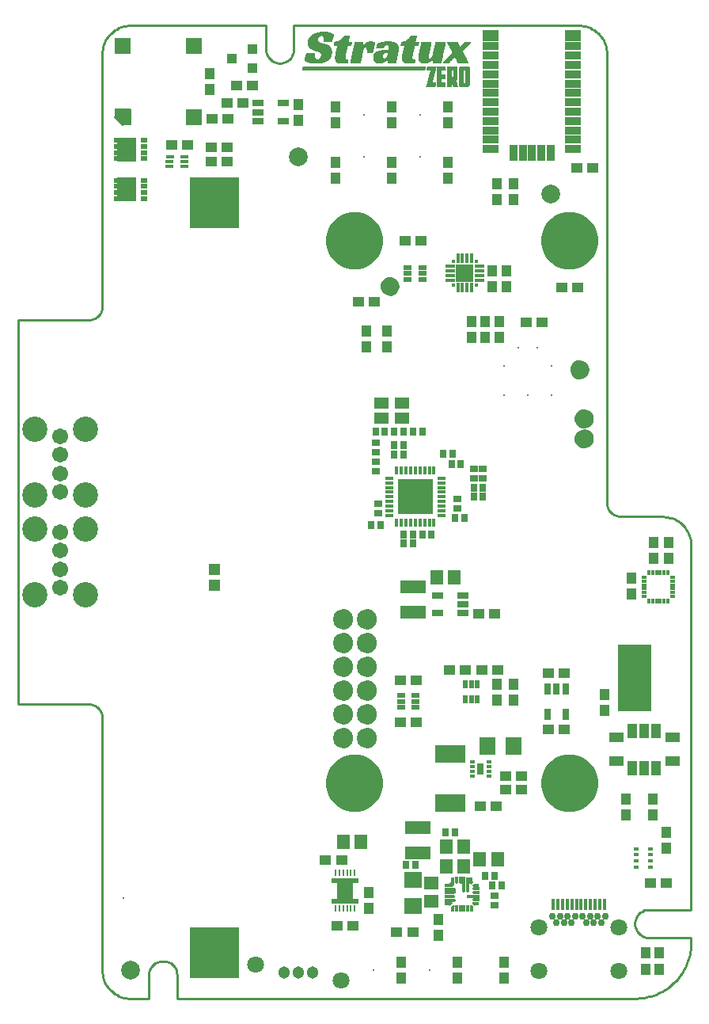
<source format=gts>
%FSLAX24Y24*%
%MOIN*%
G70*
G01*
G75*
%ADD10C,0.0090*%
%ADD11R,0.1142X0.0157*%
%ADD12R,0.0650X0.1024*%
%ADD13R,0.0079X0.0236*%
%ADD14R,0.0354X0.0118*%
%ADD15R,0.0118X0.0354*%
%ADD16R,0.0118X0.0118*%
%ADD17R,0.0709X0.0709*%
%ADD18R,0.0197X0.0138*%
%ADD19R,0.1260X0.0701*%
%ADD20R,0.1063X0.0472*%
%ADD21R,0.0630X0.0709*%
%ADD22R,0.0709X0.0630*%
%ADD23R,0.0512X0.0591*%
%ADD24R,0.0591X0.0512*%
%ADD25R,0.0394X0.0433*%
%ADD26R,0.0315X0.0551*%
%ADD27R,0.0591X0.0276*%
%ADD28R,0.0276X0.0591*%
%ADD29R,0.0591X0.0394*%
%ADD30R,0.0630X0.0630*%
%ADD31R,0.0315X0.0630*%
%ADD32R,0.0630X0.0315*%
%ADD33C,0.0056*%
%ADD34R,0.0276X0.0118*%
%ADD35R,0.0118X0.0276*%
%ADD36R,0.0276X0.0098*%
%ADD37R,0.0315X0.0098*%
%ADD38R,0.0248X0.0177*%
%ADD39R,0.0748X0.0945*%
%ADD40R,0.0413X0.0236*%
%ADD41R,0.0384X0.0079*%
%ADD42C,0.0079*%
%ADD43R,0.0384X0.0236*%
%ADD44R,0.0039X0.0157*%
%ADD45R,0.0098X0.0581*%
%ADD46O,0.0098X0.0079*%
%ADD47C,0.0011*%
%ADD48R,0.0236X0.0192*%
%ADD49R,0.0074X0.0064*%
%ADD50C,0.0010*%
%ADD51R,0.0035X0.0044*%
%ADD52R,0.0079X0.0202*%
%ADD53R,0.0226X0.0079*%
%ADD54R,0.0044X0.0035*%
%ADD55R,0.0202X0.0079*%
%ADD56R,0.0079X0.0226*%
%ADD57R,0.0192X0.0236*%
%ADD58O,0.0079X0.0098*%
%ADD59R,0.0384X0.0098*%
%ADD60R,0.0064X0.0074*%
%ADD61R,0.0482X0.0079*%
%ADD62R,0.0315X0.0079*%
%ADD63R,0.0079X0.0315*%
%ADD64R,0.0236X0.0217*%
%ADD65R,0.0098X0.0039*%
%ADD66R,0.0354X0.0315*%
%ADD67R,0.0551X0.0315*%
%ADD68R,0.0551X0.0453*%
%ADD69R,0.0236X0.0413*%
%ADD70C,0.0394*%
%ADD71R,0.2016X0.2087*%
%ADD72R,0.0236X0.0276*%
%ADD73R,0.0276X0.0236*%
%ADD74R,0.0433X0.0394*%
%ADD75R,0.0236X0.0472*%
%ADD76R,0.0157X0.0098*%
%ADD77R,0.0079X0.0197*%
%ADD78R,0.0197X0.0079*%
%ADD79R,0.0098X0.0315*%
%ADD80R,0.1457X0.1457*%
%ADD81R,0.1311X0.2756*%
%ADD82R,0.0118X0.0472*%
%ADD83C,0.0100*%
%ADD84C,0.0150*%
%ADD85C,0.0140*%
%ADD86C,0.0170*%
%ADD87C,0.0120*%
%ADD88C,0.0079*%
%ADD89C,0.0110*%
%ADD90C,0.0630*%
%ADD91C,0.0098*%
%ADD92C,0.0070*%
%ADD93C,0.0512*%
%ADD94C,0.0230*%
%ADD95C,0.0236*%
%ADD96C,0.0060*%
%ADD97C,0.0010*%
%ADD98C,0.0118*%
%ADD99R,0.0394X0.1083*%
%ADD100R,0.1033X0.0640*%
%ADD101R,0.1102X0.1102*%
%ADD102R,0.1063X0.0354*%
%ADD103R,0.0748X0.0709*%
%ADD104R,0.0630X0.1339*%
%ADD105R,0.0630X0.1358*%
%ADD106R,0.1654X0.0709*%
%ADD107R,0.0866X0.1614*%
%ADD108R,0.0453X0.0906*%
%ADD109R,0.1594X0.0610*%
%ADD110R,0.0512X0.1516*%
%ADD111R,0.2736X0.0433*%
%ADD112R,0.0787X0.0748*%
%ADD113R,0.2264X0.0689*%
%ADD114R,0.0689X0.0906*%
%ADD115R,0.0236X0.0610*%
%ADD116R,0.0177X0.0315*%
%ADD117R,0.1161X0.0787*%
%ADD118R,0.0689X0.0098*%
%ADD119R,0.0394X0.0571*%
%ADD120R,0.0728X0.0098*%
%ADD121R,0.0768X0.0335*%
%ADD122R,0.0217X0.0689*%
%ADD123R,0.0866X0.0689*%
%ADD124R,0.1319X0.0827*%
%ADD125R,0.0591X0.0276*%
%ADD126R,0.0630X0.1299*%
%ADD127R,0.0531X0.0354*%
%ADD128R,0.0177X0.0748*%
%ADD129R,0.0492X0.0236*%
%ADD130R,0.0335X0.1063*%
%ADD131R,0.0886X0.0610*%
%ADD132R,0.0512X0.0768*%
%ADD133R,0.0807X0.0551*%
%ADD134R,0.1457X0.0492*%
%ADD135R,0.0817X0.1181*%
%ADD136R,0.1801X0.0945*%
%ADD137R,0.0707X0.0295*%
%ADD138R,0.1772X0.0640*%
%ADD139C,0.0787*%
%ADD140C,0.2362*%
%ADD141C,0.0748*%
%ADD142C,0.0591*%
%ADD143C,0.0984*%
%ADD144C,0.2913*%
%ADD145C,0.0433*%
%ADD146C,0.0630*%
%ADD147C,0.0551*%
%ADD148C,0.0256*%
%ADD149C,0.0260*%
%ADD150C,0.0230*%
%ADD151C,0.0500*%
%ADD152C,0.0550*%
%ADD153C,0.0250*%
%ADD154C,0.0180*%
%ADD155C,0.0400*%
%ADD156C,0.0450*%
%ADD157C,0.0095*%
%ADD158C,0.0310*%
%ADD159C,0.0200*%
%ADD160C,0.0197*%
%ADD161R,0.0276X0.0512*%
%ADD162R,0.0738X0.0315*%
%ADD163R,0.0571X0.0315*%
%ADD164R,0.0276X0.0512*%
%ADD165R,0.1969X0.1929*%
%ADD166R,0.0640X0.0394*%
%ADD167R,0.0138X0.0315*%
%ADD168R,0.0787X0.1969*%
%ADD169R,0.1969X0.0787*%
%ADD170C,0.0020*%
%ADD171C,0.0335*%
%ADD172C,0.0354*%
%ADD173C,0.0402*%
%ADD174C,0.0128*%
%ADD175R,0.0276X0.0276*%
%ADD176R,0.0569X0.0402*%
%ADD177R,0.0394X0.2756*%
%ADD178R,0.0524X0.1575*%
%ADD179R,0.1102X0.0118*%
%ADD180R,0.0453X0.0827*%
%ADD181R,0.0157X0.0157*%
%ADD182R,0.0220X0.0161*%
%ADD183R,0.0193X0.0122*%
%ADD184R,0.0315X0.0354*%
%ADD185R,0.0181X0.0220*%
%ADD186R,0.0220X0.0181*%
%ADD187R,0.0354X0.0315*%
%ADD188R,0.0142X0.0378*%
%ADD189R,0.0173X0.0114*%
%ADD190R,0.1063X0.1063*%
%ADD191C,0.0423*%
%ADD192C,0.1211*%
%ADD193C,0.0404*%
%ADD194R,0.1173X0.0189*%
%ADD195R,0.0681X0.1055*%
%ADD196R,0.0110X0.0268*%
%ADD197R,0.0394X0.0157*%
%ADD198R,0.0157X0.0394*%
%ADD199R,0.0748X0.0748*%
%ADD200R,0.0236X0.0177*%
%ADD201R,0.1311X0.0752*%
%ADD202R,0.1114X0.0524*%
%ADD203R,0.0681X0.0760*%
%ADD204R,0.0760X0.0681*%
%ADD205R,0.0563X0.0642*%
%ADD206R,0.0642X0.0563*%
%ADD207R,0.0445X0.0484*%
%ADD208R,0.0395X0.0631*%
%ADD209R,0.0650X0.0335*%
%ADD210R,0.0335X0.0650*%
%ADD211R,0.0650X0.0453*%
%ADD212R,0.0710X0.0710*%
%ADD213R,0.0395X0.0710*%
%ADD214R,0.0710X0.0395*%
%ADD215R,0.0356X0.0198*%
%ADD216R,0.0198X0.0356*%
%ADD217R,0.0323X0.0146*%
%ADD218R,0.0362X0.0146*%
%ADD219R,0.0287X0.0217*%
%ADD220R,0.0787X0.0984*%
%ADD221R,0.0493X0.0316*%
%ADD222R,0.0423X0.0118*%
%ADD223C,0.0118*%
%ADD224R,0.0423X0.0276*%
%ADD225R,0.0138X0.0620*%
%ADD226O,0.0138X0.0118*%
%ADD227R,0.0276X0.0232*%
%ADD228R,0.0113X0.0103*%
%ADD229R,0.0074X0.0083*%
%ADD230R,0.0118X0.0241*%
%ADD231R,0.0266X0.0118*%
%ADD232R,0.0083X0.0074*%
%ADD233R,0.0241X0.0118*%
%ADD234R,0.0118X0.0266*%
%ADD235R,0.0232X0.0276*%
%ADD236O,0.0118X0.0138*%
%ADD237R,0.0423X0.0138*%
%ADD238R,0.0103X0.0113*%
%ADD239R,0.0522X0.0118*%
%ADD240R,0.0276X0.0256*%
%ADD241R,0.0138X0.0079*%
%ADD242R,0.0434X0.0395*%
%ADD243R,0.0631X0.0395*%
%ADD244R,0.0610X0.0512*%
%ADD245R,0.0316X0.0493*%
%ADD246C,0.0787*%
%ADD247R,0.0474X0.0513*%
%ADD248R,0.2096X0.2167*%
%ADD249R,0.0287X0.0327*%
%ADD250R,0.0327X0.0287*%
%ADD251R,0.0484X0.0445*%
%ADD252R,0.0118X0.0236*%
%ADD253R,0.0236X0.0118*%
%ADD254R,0.0150X0.0366*%
%ADD255R,0.0366X0.0150*%
%ADD256R,0.1508X0.1508*%
%ADD257R,0.1391X0.2836*%
%ADD258R,0.0157X0.0512*%
%ADD259C,0.0080*%
%ADD260C,0.0671*%
%ADD261C,0.1064*%
%ADD262C,0.0513*%
%ADD263C,0.0710*%
%ADD264C,0.0295*%
D10*
X420276Y397441D02*
X422047Y397441D01*
X420276Y396260D02*
X422047Y396260D01*
X419095Y413976D02*
X420866D01*
X400394Y393701D02*
Y394685D01*
X399213Y393701D02*
Y394685D01*
X398425Y393701D02*
X399213D01*
X404134Y433661D02*
Y434646D01*
X405315Y433661D02*
Y434646D01*
D14*
X411850Y398474D02*
D03*
D15*
X412008Y398632D02*
D03*
D18*
X412835Y403642D02*
D03*
Y403445D02*
D03*
Y403051D02*
D03*
Y403248D02*
D03*
X413543Y403642D02*
D03*
Y403445D02*
D03*
Y403051D02*
D03*
Y403248D02*
D03*
D47*
X411949Y397574D02*
X412012Y397638D01*
X412060Y397590D01*
X411996Y397526D01*
X411949Y397574D01*
X411962D02*
X412012Y397625D01*
X412047Y397590D01*
X411996Y397540D01*
X411962Y397574D01*
X411975D02*
X412012Y397611D01*
X412033Y397590D01*
X411996Y397553D01*
X411975Y397574D01*
X411989D02*
X412012Y397598D01*
X412020Y397590D01*
X411996Y397566D01*
X411989Y397574D01*
X411996Y397581D02*
X412013Y397584D01*
X412844Y398470D02*
X412908Y398534D01*
X412956Y398486D01*
X412892Y398422D01*
X412844Y398470D01*
X412858D02*
X412908Y398520D01*
X412942Y398486D01*
X412892Y398435D01*
X412858Y398470D01*
X412871D02*
X412908Y398507D01*
X412929Y398486D01*
X412892Y398449D01*
X412871Y398470D01*
X412884D02*
X412908Y398494D01*
X412916Y398486D01*
X412892Y398462D01*
X412884Y398470D01*
X412891Y398476D02*
X412909Y398480D01*
X412908Y397628D02*
X412844Y397692D01*
X412892Y397739D01*
X412956Y397675D01*
X412908Y397628D01*
Y397641D02*
X412858Y397692D01*
X412892Y397726D01*
X412942Y397675D01*
X412908Y397641D01*
Y397654D02*
X412871Y397692D01*
X412892Y397713D01*
X412929Y397675D01*
X412908Y397654D01*
Y397668D02*
X412884Y397692D01*
X412892Y397699D01*
X412916Y397675D01*
X412908Y397668D01*
X412902Y397675D02*
X412898Y397692D01*
X412791Y397638D02*
X412855Y397574D01*
X412807Y397526D01*
X412743Y397590D01*
X412791Y397638D01*
Y397625D02*
X412841Y397574D01*
X412807Y397540D01*
X412756Y397590D01*
X412791Y397625D01*
Y397611D02*
X412828Y397574D01*
X412807Y397553D01*
X412770Y397590D01*
X412791Y397611D01*
Y397598D02*
X412815Y397574D01*
X412807Y397566D01*
X412783Y397590D01*
X412791Y397598D01*
X412797Y397591D02*
X412801Y397573D01*
D77*
X412096Y398238D02*
D03*
D83*
X420276Y397441D02*
X420178Y397433D01*
X420084Y397409D01*
X419995Y397370D01*
X419913Y397316D01*
X419841Y397250D01*
X419781Y397173D01*
X419735Y397088D01*
X419703Y396995D01*
X419687Y396899D01*
Y396802D01*
X419703Y396705D01*
X419735Y396613D01*
X419781Y396527D01*
X419841Y396450D01*
X419913Y396384D01*
X419995Y396331D01*
X420084Y396292D01*
X420178Y396268D01*
X420276Y396260D01*
X422047Y412795D02*
X422043Y412893D01*
X422031Y412990D01*
X422011Y413085D01*
X421983Y413179D01*
X421948Y413270D01*
X421905Y413357D01*
X421855Y413441D01*
X421798Y413521D01*
X421735Y413595D01*
X421666Y413664D01*
X421592Y413727D01*
X421512Y413784D01*
X421428Y413834D01*
X421341Y413877D01*
X421250Y413912D01*
X421156Y413940D01*
X421061Y413960D01*
X420964Y413972D01*
X420866Y413976D01*
X397244Y394882D02*
X397248Y394784D01*
X397260Y394688D01*
X397280Y394592D01*
X397308Y394498D01*
X397344Y394407D01*
X397386Y394320D01*
X397436Y394236D01*
X397493Y394156D01*
X397556Y394082D01*
X397625Y394013D01*
X397700Y393950D01*
X397779Y393893D01*
X397863Y393843D01*
X397951Y393800D01*
X398042Y393765D01*
X398135Y393737D01*
X398231Y393717D01*
X398328Y393705D01*
X398425Y393701D01*
Y434646D02*
X398328Y434642D01*
X398231Y434630D01*
X398135Y434610D01*
X398042Y434582D01*
X397951Y434546D01*
X397863Y434503D01*
X397779Y434453D01*
X397700Y434397D01*
X397625Y434334D01*
X397556Y434264D01*
X397493Y434190D01*
X397436Y434111D01*
X397386Y434027D01*
X397344Y433939D01*
X397308Y433848D01*
X397280Y433755D01*
X397260Y433659D01*
X397248Y433562D01*
X397244Y433465D01*
X396654Y422244D02*
X396756Y422253D01*
X396856Y422280D01*
X396949Y422323D01*
X397033Y422382D01*
X397106Y422455D01*
X397165Y422539D01*
X397208Y422633D01*
X397235Y422732D01*
X397244Y422835D01*
Y405512D02*
X397235Y405614D01*
X397208Y405714D01*
X397165Y405807D01*
X397106Y405891D01*
X397033Y405964D01*
X396949Y406023D01*
X396856Y406067D01*
X396756Y406093D01*
X396654Y406102D01*
X419685Y393701D02*
X419785Y393703D01*
X419885Y393709D01*
X419985Y393720D01*
X420084Y393735D01*
X420183Y393754D01*
X420280Y393777D01*
X420377Y393804D01*
X420472Y393836D01*
X420566Y393871D01*
X420658Y393910D01*
X420749Y393954D01*
X420837Y394001D01*
X420924Y394052D01*
X421008Y394106D01*
X421090Y394164D01*
X421169Y394225D01*
X421246Y394290D01*
X421320Y394358D01*
X421390Y394428D01*
X421458Y394502D01*
X421523Y394579D01*
X421584Y394658D01*
X421642Y394740D01*
X421697Y394824D01*
X421747Y394911D01*
X421794Y395000D01*
X421838Y395090D01*
X421877Y395182D01*
X421912Y395276D01*
X421944Y395371D01*
X421971Y395468D01*
X421994Y395565D01*
X422013Y395664D01*
X422028Y395763D01*
X422039Y395863D01*
X422045Y395963D01*
X422047Y396063D01*
X418504Y433465D02*
X418500Y433562D01*
X418488Y433659D01*
X418468Y433755D01*
X418440Y433848D01*
X418404Y433939D01*
X418362Y434027D01*
X418312Y434111D01*
X418255Y434190D01*
X418192Y434264D01*
X418123Y434334D01*
X418048Y434397D01*
X417969Y434453D01*
X417885Y434503D01*
X417797Y434546D01*
X417706Y434582D01*
X417613Y434610D01*
X417517Y434630D01*
X417420Y434642D01*
X417323Y434646D01*
X418504Y414567D02*
X418513Y414464D01*
X418540Y414365D01*
X418583Y414272D01*
X418642Y414187D01*
X418715Y414115D01*
X418799Y414055D01*
X418893Y414012D01*
X418992Y413985D01*
X419095Y413976D01*
X400394Y394685D02*
X400386Y394782D01*
X400362Y394877D01*
X400323Y394966D01*
X400269Y395048D01*
X400203Y395120D01*
X400126Y395179D01*
X400040Y395226D01*
X399948Y395258D01*
X399852Y395274D01*
X399754D01*
X399658Y395258D01*
X399566Y395226D01*
X399480Y395179D01*
X399403Y395120D01*
X399337Y395048D01*
X399284Y394966D01*
X399245Y394877D01*
X399221Y394782D01*
X399213Y394685D01*
X404134Y433661D02*
X404142Y433564D01*
X404166Y433470D01*
X404205Y433380D01*
X404258Y433299D01*
X404324Y433227D01*
X404401Y433167D01*
X404487Y433121D01*
X404579Y433089D01*
X404676Y433073D01*
X404773D01*
X404869Y433089D01*
X404962Y433121D01*
X405047Y433167D01*
X405124Y433227D01*
X405190Y433299D01*
X405244Y433380D01*
X405283Y433470D01*
X405307Y433564D01*
X405315Y433661D01*
X422047Y396063D02*
Y396260D01*
X418504Y414567D02*
Y433465D01*
X393701Y422244D02*
X393701Y406102D01*
X405315Y434646D02*
X417323Y434646D01*
X397244Y422835D02*
Y433465D01*
X393701Y422244D02*
X396654D01*
X400394Y393701D02*
X419685Y393701D01*
X397244Y394882D02*
Y405512D01*
X393701Y406102D02*
X396654D01*
X422047Y397441D02*
Y412795D01*
X398425Y434646D02*
X404134D01*
D92*
X398275Y430631D02*
X398109Y430465D01*
X397788Y430787D01*
X397954Y430952D01*
X398275Y430631D01*
X398193D02*
X398109Y430547D01*
X397870Y430787D01*
X397954Y430870D01*
X398193Y430631D01*
X398110D02*
X398109Y430630D01*
X397953Y430787D01*
X397954Y430787D01*
X398110Y430631D01*
X398072Y430675D02*
X397991Y430742D01*
D97*
X412359Y432097D02*
X412619D01*
X412029D02*
X412199D01*
X411759D02*
X411929D01*
X411349D02*
X411669D01*
X410889D02*
X411249D01*
X412319Y432107D02*
X412649D01*
X412029D02*
X412199D01*
X411759D02*
X411929D01*
X411349D02*
X411669D01*
X410899D02*
X411249D01*
X412309Y432117D02*
X412669D01*
X412019D02*
X412199D01*
X411759D02*
X411929D01*
X411349D02*
X411669D01*
X410899D02*
X411249D01*
X412299Y432127D02*
X412679D01*
X412019D02*
X412199D01*
X411759D02*
X411929D01*
X411349D02*
X411669D01*
X410899D02*
X411249D01*
X412289Y432137D02*
X412689D01*
X412019D02*
X412189D01*
X411759D02*
X411929D01*
X411349D02*
X411679D01*
X410899D02*
X411259D01*
X412279Y432147D02*
X412699D01*
X412009D02*
X412189D01*
X411759D02*
X411929D01*
X411349D02*
X411679D01*
X410909D02*
X411259D01*
X412279Y432157D02*
X412699D01*
X412009D02*
X412189D01*
X411759D02*
X411929D01*
X411349D02*
X411679D01*
X410909D02*
X411259D01*
X412279Y432167D02*
X412699D01*
X412009D02*
X412179D01*
X411759D02*
X411929D01*
X411349D02*
X411679D01*
X410909D02*
X411259D01*
X412269Y432177D02*
X412699D01*
X412009D02*
X412179D01*
X411759D02*
X411929D01*
X411349D02*
X411679D01*
X410909D02*
X411259D01*
X412269Y432187D02*
X412709D01*
X412009D02*
X412169D01*
X411759D02*
X411929D01*
X411349D02*
X411679D01*
X410909D02*
X411259D01*
X412269Y432197D02*
X412709D01*
X411999D02*
X412169D01*
X411759D02*
X411929D01*
X411349D02*
X411689D01*
X410919D02*
X411269D01*
X412269Y432207D02*
X412709D01*
X411989D02*
X412169D01*
X411759D02*
X411929D01*
X411349D02*
X411689D01*
X410919D02*
X411269D01*
X412269Y432217D02*
X412709D01*
X411989D02*
X412169D01*
X411759D02*
X411929D01*
X411349D02*
X411689D01*
X410929D02*
X411269D01*
X412269Y432227D02*
X412709D01*
X411989D02*
X412159D01*
X411759D02*
X411929D01*
X411349D02*
X411689D01*
X410929D02*
X411269D01*
X412269Y432237D02*
X412709D01*
X411989D02*
X412159D01*
X411759D02*
X411929D01*
X411349D02*
X411689D01*
X410929D02*
X411269D01*
X412529Y432247D02*
X412709D01*
X412269D02*
X412439D01*
X411989D02*
X412159D01*
X411759D02*
X411929D01*
X411349D02*
X411689D01*
X410929D02*
X411269D01*
X412529Y432257D02*
X412709D01*
X412269D02*
X412439D01*
X411979D02*
X412149D01*
X411759D02*
X411929D01*
X411349D02*
X411519D01*
X410939D02*
X411119D01*
X412529Y432267D02*
X412709D01*
X412269D02*
X412439D01*
X411979D02*
X412149D01*
X411759D02*
X411929D01*
X411349D02*
X411519D01*
X410939D02*
X411119D01*
X412529Y432277D02*
X412709D01*
X412269D02*
X412439D01*
X411979D02*
X412139D01*
X411759D02*
X411929D01*
X411349D02*
X411519D01*
X410939D02*
X411119D01*
X412529Y432287D02*
X412709D01*
X412269D02*
X412439D01*
X411979D02*
X412139D01*
X411759D02*
X411929D01*
X411349D02*
X411519D01*
X410939D02*
X411119D01*
X412529Y432297D02*
X412709D01*
X412269D02*
X412439D01*
X411969D02*
X412139D01*
X411759D02*
X411929D01*
X411349D02*
X411519D01*
X410939D02*
X411129D01*
X412529Y432307D02*
X412709D01*
X412269D02*
X412439D01*
X411969D02*
X412139D01*
X411759D02*
X411929D01*
X411349D02*
X411519D01*
X410949D02*
X411129D01*
X412529Y432317D02*
X412709D01*
X412269D02*
X412439D01*
X411959D02*
X412129D01*
X411759D02*
X411929D01*
X411349D02*
X411519D01*
X410949D02*
X411139D01*
X412529Y432327D02*
X412709D01*
X412269D02*
X412439D01*
X411959D02*
X412129D01*
X411759D02*
X411929D01*
X411349D02*
X411519D01*
X410959D02*
X411139D01*
X412529Y432337D02*
X412709D01*
X412269D02*
X412439D01*
X411959D02*
X412129D01*
X411759D02*
X411929D01*
X411349D02*
X411519D01*
X410959D02*
X411139D01*
X412529Y432347D02*
X412709D01*
X412269D02*
X412439D01*
X411949D02*
X412129D01*
X411759D02*
X411929D01*
X411349D02*
X411519D01*
X410959D02*
X411139D01*
X412529Y432357D02*
X412709D01*
X412269D02*
X412439D01*
X411949D02*
X412119D01*
X411759D02*
X411929D01*
X411349D02*
X411519D01*
X410959D02*
X411149D01*
X412529Y432367D02*
X412709D01*
X412269D02*
X412439D01*
X411759D02*
X412139D01*
X411349D02*
X411519D01*
X410969D02*
X411149D01*
X412529Y432377D02*
X412709D01*
X412269D02*
X412439D01*
X411759D02*
X412169D01*
X411349D02*
X411519D01*
X410969D02*
X411149D01*
X412529Y432387D02*
X412709D01*
X412269D02*
X412439D01*
X411759D02*
X412179D01*
X411349D02*
X411519D01*
X410969D02*
X411149D01*
X412529Y432397D02*
X412709D01*
X412269D02*
X412439D01*
X411759D02*
X412179D01*
X411349D02*
X411519D01*
X410969D02*
X411149D01*
X412529Y432407D02*
X412709D01*
X412269D02*
X412439D01*
X411759D02*
X412189D01*
X411349D02*
X411519D01*
X410969D02*
X411159D01*
X412529Y432417D02*
X412709D01*
X412269D02*
X412439D01*
X411759D02*
X412189D01*
X411349D02*
X411519D01*
X410979D02*
X411159D01*
X412529Y432427D02*
X412709D01*
X412269D02*
X412439D01*
X411759D02*
X412189D01*
X411349D02*
X411519D01*
X410979D02*
X411169D01*
X412529Y432437D02*
X412709D01*
X412269D02*
X412439D01*
X411759D02*
X412189D01*
X411349D02*
X411659D01*
X410989D02*
X411169D01*
X412529Y432447D02*
X412709D01*
X412269D02*
X412439D01*
X411759D02*
X412189D01*
X411349D02*
X411659D01*
X410989D02*
X411169D01*
X412529Y432457D02*
X412709D01*
X412269D02*
X412439D01*
X411759D02*
X412189D01*
X411349D02*
X411659D01*
X410989D02*
X411169D01*
X412529Y432467D02*
X412709D01*
X412269D02*
X412439D01*
X411759D02*
X412189D01*
X411349D02*
X411659D01*
X410989D02*
X411169D01*
X412529Y432477D02*
X412709D01*
X412269D02*
X412439D01*
X411759D02*
X412189D01*
X411349D02*
X411659D01*
X410999D02*
X411179D01*
X412529Y432487D02*
X412709D01*
X412269D02*
X412439D01*
X411759D02*
X412189D01*
X411349D02*
X411659D01*
X410999D02*
X411179D01*
X412529Y432497D02*
X412709D01*
X412269D02*
X412439D01*
X411759D02*
X412189D01*
X411349D02*
X411659D01*
X410999D02*
X411179D01*
X412529Y432507D02*
X412709D01*
X412269D02*
X412439D01*
X412019D02*
X412189D01*
X411759D02*
X411929D01*
X411349D02*
X411659D01*
X410999D02*
X411179D01*
X412529Y432517D02*
X412709D01*
X412269D02*
X412439D01*
X412029D02*
X412189D01*
X411759D02*
X411929D01*
X411349D02*
X411659D01*
X410999D02*
X411189D01*
X412529Y432527D02*
X412709D01*
X412269D02*
X412439D01*
X412029D02*
X412189D01*
X411759D02*
X411929D01*
X411349D02*
X411659D01*
X411009D02*
X411189D01*
X412529Y432537D02*
X412709D01*
X412269D02*
X412439D01*
X412029D02*
X412189D01*
X411759D02*
X411929D01*
X411349D02*
X411659D01*
X411019D02*
X411199D01*
X412529Y432547D02*
X412709D01*
X412269D02*
X412439D01*
X412029D02*
X412189D01*
X411759D02*
X411929D01*
X411349D02*
X411659D01*
X411019D02*
X411199D01*
X412529Y432557D02*
X412709D01*
X412269D02*
X412439D01*
X412029D02*
X412189D01*
X411759D02*
X411929D01*
X411349D02*
X411659D01*
X411019D02*
X411199D01*
X412529Y432567D02*
X412709D01*
X412269D02*
X412439D01*
X412029D02*
X412189D01*
X411759D02*
X411929D01*
X411349D02*
X411659D01*
X411019D02*
X411199D01*
X412529Y432577D02*
X412709D01*
X412269D02*
X412439D01*
X412029D02*
X412189D01*
X411759D02*
X411929D01*
X411349D02*
X411659D01*
X411019D02*
X411199D01*
X412529Y432587D02*
X412709D01*
X412269D02*
X412439D01*
X412029D02*
X412189D01*
X411759D02*
X411929D01*
X411349D02*
X411519D01*
X411029D02*
X411209D01*
X412529Y432597D02*
X412709D01*
X412269D02*
X412439D01*
X412029D02*
X412189D01*
X411759D02*
X411929D01*
X411349D02*
X411519D01*
X411029D02*
X411209D01*
X412529Y432607D02*
X412709D01*
X412269D02*
X412439D01*
X412029D02*
X412189D01*
X411759D02*
X411929D01*
X411349D02*
X411519D01*
X411029D02*
X411209D01*
X412529Y432617D02*
X412709D01*
X412269D02*
X412439D01*
X412029D02*
X412189D01*
X411759D02*
X411929D01*
X411349D02*
X411519D01*
X411029D02*
X411209D01*
X412529Y432627D02*
X412709D01*
X412269D02*
X412439D01*
X412029D02*
X412189D01*
X411759D02*
X411929D01*
X411349D02*
X411519D01*
X411039D02*
X411219D01*
X412529Y432637D02*
X412709D01*
X412269D02*
X412439D01*
X412029D02*
X412189D01*
X411759D02*
X411929D01*
X411349D02*
X411519D01*
X411039D02*
X411219D01*
X412529Y432647D02*
X412709D01*
X412269D02*
X412439D01*
X412029D02*
X412189D01*
X411759D02*
X411929D01*
X411349D02*
X411519D01*
X411049D02*
X411219D01*
X412529Y432657D02*
X412709D01*
X412269D02*
X412439D01*
X412029D02*
X412189D01*
X411759D02*
X411929D01*
X411349D02*
X411519D01*
X411049D02*
X411229D01*
X412529Y432667D02*
X412709D01*
X412269D02*
X412439D01*
X412029D02*
X412189D01*
X411759D02*
X411929D01*
X411349D02*
X411519D01*
X411049D02*
X411229D01*
X412529Y432677D02*
X412709D01*
X412269D02*
X412439D01*
X412029D02*
X412189D01*
X411759D02*
X411929D01*
X411349D02*
X411519D01*
X411049D02*
X411229D01*
X412529Y432687D02*
X412709D01*
X412269D02*
X412439D01*
X412029D02*
X412189D01*
X411759D02*
X411929D01*
X411349D02*
X411519D01*
X411049D02*
X411229D01*
X412529Y432697D02*
X412709D01*
X412269D02*
X412439D01*
X412029D02*
X412189D01*
X411759D02*
X411929D01*
X411349D02*
X411519D01*
X411059D02*
X411229D01*
X412529Y432707D02*
X412709D01*
X412269D02*
X412439D01*
X412029D02*
X412189D01*
X411759D02*
X411929D01*
X411349D02*
X411519D01*
X411059D02*
X411239D01*
X412529Y432717D02*
X412709D01*
X412269D02*
X412439D01*
X412029D02*
X412189D01*
X411759D02*
X411929D01*
X411349D02*
X411519D01*
X411059D02*
X411239D01*
X412529Y432727D02*
X412709D01*
X412269D02*
X412439D01*
X412029D02*
X412189D01*
X411759D02*
X411929D01*
X411349D02*
X411519D01*
X411059D02*
X411239D01*
X412529Y432737D02*
X412709D01*
X412269D02*
X412439D01*
X412029D02*
X412189D01*
X411759D02*
X411929D01*
X411349D02*
X411519D01*
X411069D02*
X411239D01*
X412529Y432747D02*
X412709D01*
X412269D02*
X412439D01*
X412029D02*
X412189D01*
X411759D02*
X411929D01*
X411349D02*
X411519D01*
X411069D02*
X411249D01*
X412529Y432757D02*
X412709D01*
X412269D02*
X412439D01*
X412029D02*
X412189D01*
X411759D02*
X411929D01*
X411349D02*
X411519D01*
X411069D02*
X411249D01*
X412529Y432767D02*
X412709D01*
X412269D02*
X412439D01*
X412029D02*
X412189D01*
X411759D02*
X411929D01*
X411349D02*
X411519D01*
X411079D02*
X411259D01*
X412529Y432777D02*
X412709D01*
X412269D02*
X412439D01*
X412019D02*
X412189D01*
X411759D02*
X411929D01*
X411349D02*
X411519D01*
X411079D02*
X411259D01*
X412529Y432787D02*
X412709D01*
X412269D02*
X412439D01*
X412019D02*
X412189D01*
X411759D02*
X411929D01*
X411349D02*
X411699D01*
X410899D02*
X411259D01*
X405669D02*
X410819D01*
X412269Y432797D02*
X412709D01*
X411759D02*
X412189D01*
X411349D02*
X411699D01*
X410909D02*
X411259D01*
X405669D02*
X410819D01*
X412269Y432807D02*
X412709D01*
X411759D02*
X412189D01*
X411349D02*
X411699D01*
X410909D02*
X411259D01*
X405669D02*
X410819D01*
X412269Y432817D02*
X412709D01*
X411759D02*
X412189D01*
X411349D02*
X411689D01*
X410909D02*
X411269D01*
X412269Y432827D02*
X412709D01*
X411759D02*
X412189D01*
X411349D02*
X411689D01*
X410909D02*
X411269D01*
X405669D02*
X410819D01*
X412269Y432837D02*
X412709D01*
X411759D02*
X412189D01*
X411349D02*
X411689D01*
X410909D02*
X411269D01*
X405679D02*
X410829D01*
X412269Y432847D02*
X412709D01*
X411759D02*
X412189D01*
X411349D02*
X411689D01*
X410909D02*
X411269D01*
X405679D02*
X410829D01*
X412269Y432857D02*
X412699D01*
X411759D02*
X412189D01*
X411349D02*
X411689D01*
X410919D02*
X411279D01*
X405679D02*
X410829D01*
X412279Y432867D02*
X412699D01*
X411759D02*
X412189D01*
X411349D02*
X411689D01*
X410919D02*
X411279D01*
X405679D02*
X410839D01*
X412279Y432877D02*
X412699D01*
X411759D02*
X412189D01*
X411349D02*
X411689D01*
X410919D02*
X411279D01*
X405679D02*
X410839D01*
X412279Y432887D02*
X412699D01*
X411759D02*
X412179D01*
X411349D02*
X411679D01*
X410929D02*
X411289D01*
X405689D02*
X410839D01*
X412289Y432897D02*
X412689D01*
X411759D02*
X412169D01*
X411349D02*
X411679D01*
X410929D02*
X411289D01*
X405689D02*
X410839D01*
X412289Y432907D02*
X412679D01*
X411759D02*
X412169D01*
X411349D02*
X411679D01*
X410929D02*
X411289D01*
X405699D02*
X410839D01*
X412309Y432917D02*
X412669D01*
X411759D02*
X412159D01*
X411349D02*
X411679D01*
X410929D02*
X411289D01*
X405699D02*
X410839D01*
X412329Y432927D02*
X412649D01*
X411759D02*
X412129D01*
X411349D02*
X411679D01*
X410929D02*
X411299D01*
X405699D02*
X410839D01*
X412349Y432937D02*
X412619D01*
X411759D02*
X412109D01*
X411349D02*
X411679D01*
X410929D02*
X411299D01*
X405699D02*
X410849D01*
X410789Y433087D02*
X410839D01*
X410109D02*
X410199D01*
X408889D02*
X408939D01*
X407289D02*
X407359D01*
X406189D02*
X406279D01*
X410719Y433097D02*
X410909D01*
X410019D02*
X410369D01*
X408819D02*
X409009D01*
X407199D02*
X407549D01*
X406039D02*
X406429D01*
X412219Y433107D02*
X412639D01*
X411599D02*
X411829D01*
X411179D02*
X411509D01*
X410679D02*
X410949D01*
X409979D02*
X410389D01*
X409279D02*
X409599D01*
X408789D02*
X409049D01*
X407699D02*
X408109D01*
X407149D02*
X407569D01*
X405969D02*
X406499D01*
X412219Y433117D02*
X412639D01*
X411609D02*
X411839D01*
X411179D02*
X411509D01*
X410669D02*
X410969D01*
X409969D02*
X410389D01*
X409279D02*
X409599D01*
X408779D02*
X409069D01*
X407699D02*
X408109D01*
X407139D02*
X407569D01*
X405949D02*
X406529D01*
X412209Y433127D02*
X412639D01*
X411619D02*
X411849D01*
X411169D02*
X411509D01*
X410649D02*
X410999D01*
X409949D02*
X410389D01*
X409269D02*
X409609D01*
X408759D02*
X409099D01*
X407709D02*
X408109D01*
X407119D02*
X407569D01*
X405909D02*
X406569D01*
X412199Y433137D02*
X412629D01*
X411629D02*
X411859D01*
X411169D02*
X411509D01*
X410629D02*
X411019D01*
X409929D02*
X410399D01*
X409259D02*
X409609D01*
X408739D02*
X409119D01*
X407709D02*
X408109D01*
X407109D02*
X407569D01*
X405869D02*
X406609D01*
X412199Y433147D02*
X412619D01*
X411639D02*
X411869D01*
X411169D02*
X411509D01*
X410629D02*
X411029D01*
X409919D02*
X410399D01*
X409259D02*
X409609D01*
X408729D02*
X409129D01*
X407709D02*
X408109D01*
X407099D02*
X407569D01*
X405859D02*
X406629D01*
X412199Y433157D02*
X412619D01*
X411649D02*
X411879D01*
X411169D02*
X411519D01*
X410609D02*
X411049D01*
X409909D02*
X410399D01*
X409259D02*
X409609D01*
X408719D02*
X409149D01*
X407709D02*
X408119D01*
X407089D02*
X407569D01*
X405829D02*
X406649D01*
X412189Y433167D02*
X412609D01*
X411659D02*
X411889D01*
X411159D02*
X411519D01*
X410599D02*
X411069D01*
X409909D02*
X410399D01*
X409259D02*
X409609D01*
X408709D02*
X409159D01*
X407709D02*
X408119D01*
X407079D02*
X407579D01*
X405809D02*
X406669D01*
X412189Y433177D02*
X412609D01*
X411669D02*
X411899D01*
X411159D02*
X411519D01*
X410599D02*
X411079D01*
X409899D02*
X410399D01*
X409259D02*
X409609D01*
X408699D02*
X409179D01*
X407709D02*
X408119D01*
X407079D02*
X407579D01*
X405799D02*
X406689D01*
X412179Y433187D02*
X412599D01*
X411679D02*
X411909D01*
X411159D02*
X411529D01*
X410589D02*
X411089D01*
X409889D02*
X410399D01*
X409249D02*
X409619D01*
X408699D02*
X409189D01*
X407719D02*
X408129D01*
X407069D02*
X407579D01*
X405789D02*
X406709D01*
X412169Y433197D02*
X412589D01*
X411689D02*
X411919D01*
X411149D02*
X411529D01*
X410579D02*
X411109D01*
X409889D02*
X410409D01*
X409249D02*
X409619D01*
X408689D02*
X409199D01*
X407719D02*
X408129D01*
X407059D02*
X407589D01*
X405769D02*
X406729D01*
X412169Y433207D02*
X412589D01*
X411699D02*
X411929D01*
X411149D02*
X411529D01*
X410579D02*
X411109D01*
X409889D02*
X410409D01*
X409249D02*
X409619D01*
X408679D02*
X409199D01*
X407719D02*
X408129D01*
X407059D02*
X407589D01*
X405769D02*
X406729D01*
X412159Y433217D02*
X412589D01*
X411709D02*
X411939D01*
X411149D02*
X411529D01*
X410569D02*
X411119D01*
X409879D02*
X410409D01*
X409249D02*
X409619D01*
X408679D02*
X409219D01*
X407719D02*
X408129D01*
X407059D02*
X407589D01*
X405769D02*
X406749D01*
X412159Y433227D02*
X412579D01*
X411719D02*
X411949D01*
X410569D02*
X411529D01*
X409879D02*
X410419D01*
X408669D02*
X409619D01*
X407719D02*
X408129D01*
X407059D02*
X407589D01*
X405769D02*
X406759D01*
X412159Y433237D02*
X412579D01*
X411729D02*
X411959D01*
X410569D02*
X411529D01*
X409879D02*
X410419D01*
X408669D02*
X409629D01*
X407719D02*
X408129D01*
X407059D02*
X407589D01*
X406329D02*
X406769D01*
X405769D02*
X406269D01*
X412149Y433247D02*
X412569D01*
X411739D02*
X411969D01*
X410569D02*
X411539D01*
X409879D02*
X410309D01*
X408669D02*
X409629D01*
X407729D02*
X408139D01*
X407049D02*
X407489D01*
X406369D02*
X406779D01*
X405769D02*
X406239D01*
X412139Y433257D02*
X412569D01*
X411749D02*
X411979D01*
X410569D02*
X411539D01*
X409879D02*
X410299D01*
X408669D02*
X409629D01*
X407729D02*
X408139D01*
X407049D02*
X407469D01*
X406379D02*
X406789D01*
X405779D02*
X406229D01*
X412139Y433267D02*
X412559D01*
X411759D02*
X411989D01*
X410559D02*
X411539D01*
X409879D02*
X410289D01*
X408669D02*
X409639D01*
X407739D02*
X408139D01*
X407049D02*
X407469D01*
X406389D02*
X406799D01*
X405779D02*
X406219D01*
X412129Y433277D02*
X412559D01*
X411769D02*
X411999D01*
X411069D02*
X411539D01*
X410559D02*
X410989D01*
X409879D02*
X410279D01*
X409159D02*
X409639D01*
X408659D02*
X409089D01*
X407739D02*
X408139D01*
X407049D02*
X407459D01*
X406409D02*
X406809D01*
X405789D02*
X406209D01*
X412129Y433287D02*
X412549D01*
X411779D02*
X412009D01*
X411079D02*
X411539D01*
X410559D02*
X410989D01*
X409879D02*
X410279D01*
X409179D02*
X409639D01*
X408659D02*
X409069D01*
X407739D02*
X408139D01*
X407049D02*
X407449D01*
X406419D02*
X406819D01*
X405789D02*
X406209D01*
X412119Y433297D02*
X412549D01*
X411789D02*
X412019D01*
X411099D02*
X411539D01*
X410559D02*
X410979D01*
X409879D02*
X410279D01*
X409199D02*
X409639D01*
X408659D02*
X409059D01*
X407739D02*
X408149D01*
X407049D02*
X407449D01*
X406419D02*
X406819D01*
X405789D02*
X406199D01*
X412109Y433307D02*
X412539D01*
X411799D02*
X412029D01*
X411119D02*
X411549D01*
X410559D02*
X410969D01*
X409879D02*
X410279D01*
X409209D02*
X409639D01*
X408659D02*
X409049D01*
X407739D02*
X408149D01*
X407049D02*
X407449D01*
X406429D02*
X406839D01*
X405789D02*
X406189D01*
X412109Y433317D02*
X412529D01*
X411809D02*
X412039D01*
X411119D02*
X411549D01*
X410559D02*
X410969D01*
X409879D02*
X410279D01*
X409219D02*
X409639D01*
X408659D02*
X409049D01*
X407739D02*
X408149D01*
X407049D02*
X407449D01*
X406429D02*
X406839D01*
X405789D02*
X406189D01*
X412109Y433327D02*
X412529D01*
X411819D02*
X412049D01*
X411139D02*
X411549D01*
X410559D02*
X410969D01*
X409879D02*
X410279D01*
X409229D02*
X409649D01*
X408659D02*
X409039D01*
X407749D02*
X408159D01*
X407049D02*
X407459D01*
X406449D02*
X406839D01*
X405799D02*
X406189D01*
X412099Y433337D02*
X412519D01*
X411829D02*
X412059D01*
X411149D02*
X411559D01*
X410559D02*
X410969D01*
X409879D02*
X410279D01*
X409239D02*
X409649D01*
X408659D02*
X409039D01*
X407749D02*
X408159D01*
X407049D02*
X407459D01*
X406449D02*
X406849D01*
X405799D02*
X406179D01*
X412099Y433347D02*
X412519D01*
X411839D02*
X412069D01*
X411149D02*
X411559D01*
X410559D02*
X410969D01*
X409879D02*
X410279D01*
X409239D02*
X409649D01*
X408659D02*
X409039D01*
X407749D02*
X408159D01*
X407049D02*
X407459D01*
X406449D02*
X406849D01*
X405799D02*
X406179D01*
X412089Y433357D02*
X412519D01*
X411859D02*
X412079D01*
X411149D02*
X411559D01*
X410559D02*
X410969D01*
X409879D02*
X410279D01*
X409249D02*
X409649D01*
X408659D02*
X409039D01*
X407749D02*
X408159D01*
X407059D02*
X407459D01*
X406459D02*
X406859D01*
X405799D02*
X406179D01*
X411869Y433367D02*
X412509D01*
X411149D02*
X411559D01*
X410569D02*
X410969D01*
X409879D02*
X410289D01*
X409249D02*
X409649D01*
X408659D02*
X409039D01*
X407749D02*
X408159D01*
X407059D02*
X407469D01*
X406459D02*
X406869D01*
X405799D02*
X406179D01*
X411869Y433377D02*
X412499D01*
X411149D02*
X411559D01*
X410569D02*
X410969D01*
X409879D02*
X410289D01*
X409249D02*
X409659D01*
X408659D02*
X409039D01*
X407749D02*
X408159D01*
X407059D02*
X407469D01*
X406459D02*
X406869D01*
X405809D02*
X406179D01*
X411889Y433387D02*
X412499D01*
X411159D02*
X411569D01*
X410569D02*
X410969D01*
X409879D02*
X410289D01*
X409249D02*
X409659D01*
X408669D02*
X409039D01*
X407759D02*
X408169D01*
X407059D02*
X407469D01*
X406459D02*
X406869D01*
X405809D02*
X406179D01*
X411899Y433397D02*
X412489D01*
X411159D02*
X411569D01*
X410569D02*
X410979D01*
X409889D02*
X410299D01*
X409259D02*
X409659D01*
X408669D02*
X409039D01*
X407759D02*
X408169D01*
X407059D02*
X407469D01*
X406459D02*
X406879D01*
X405819D02*
X406179D01*
X411899Y433407D02*
X412489D01*
X411159D02*
X411569D01*
X410569D02*
X410979D01*
X409889D02*
X410299D01*
X409259D02*
X409669D01*
X408669D02*
X409039D01*
X407759D02*
X408169D01*
X407059D02*
X407469D01*
X406459D02*
X406879D01*
X405819D02*
X406179D01*
X411919Y433417D02*
X412479D01*
X411169D02*
X411569D01*
X410569D02*
X410979D01*
X409889D02*
X410299D01*
X409259D02*
X409669D01*
X408669D02*
X409039D01*
X407769D02*
X408169D01*
X407059D02*
X407469D01*
X406469D02*
X406879D01*
X405819D02*
X406179D01*
X411929Y433427D02*
X412469D01*
X411169D02*
X411569D01*
X410569D02*
X410979D01*
X409889D02*
X410299D01*
X409259D02*
X409669D01*
X408679D02*
X409049D01*
X407769D02*
X408169D01*
X407069D02*
X407479D01*
X406469D02*
X406879D01*
X405819D02*
X406179D01*
X411929Y433437D02*
X412469D01*
X411169D02*
X411569D01*
X410579D02*
X410989D01*
X409889D02*
X410299D01*
X409259D02*
X409669D01*
X408679D02*
X409049D01*
X407769D02*
X408169D01*
X407069D02*
X407479D01*
X406459D02*
X406879D01*
X405819D02*
X406179D01*
X411949Y433447D02*
X412469D01*
X411169D02*
X411579D01*
X410579D02*
X410989D01*
X409889D02*
X410299D01*
X409269D02*
X409669D01*
X408679D02*
X409059D01*
X407769D02*
X408179D01*
X407069D02*
X407479D01*
X406459D02*
X406879D01*
X405829D02*
X406179D01*
X411959Y433457D02*
X412459D01*
X411169D02*
X411579D01*
X410579D02*
X410989D01*
X409899D02*
X410309D01*
X409269D02*
X409679D01*
X408689D02*
X409069D01*
X407769D02*
X408179D01*
X407079D02*
X407479D01*
X406459D02*
X406889D01*
X405829D02*
X406179D01*
X411959Y433467D02*
X412459D01*
X411169D02*
X411579D01*
X410579D02*
X410989D01*
X409899D02*
X410309D01*
X409269D02*
X409679D01*
X408699D02*
X409069D01*
X407769D02*
X408189D01*
X407079D02*
X407479D01*
X406459D02*
X406889D01*
X405829D02*
X406179D01*
X411979Y433477D02*
X412449D01*
X411179D02*
X411589D01*
X410579D02*
X410989D01*
X409899D02*
X410309D01*
X409279D02*
X409679D01*
X408699D02*
X409079D01*
X407779D02*
X408189D01*
X407079D02*
X407479D01*
X406459D02*
X406889D01*
X405829D02*
X406179D01*
X411989Y433487D02*
X412439D01*
X411179D02*
X411589D01*
X410589D02*
X410989D01*
X409909D02*
X410309D01*
X409279D02*
X409679D01*
X408709D02*
X409099D01*
X407779D02*
X408189D01*
X407079D02*
X407489D01*
X406449D02*
X406889D01*
X411989Y433497D02*
X412439D01*
X411179D02*
X411589D01*
X410589D02*
X410999D01*
X409909D02*
X410309D01*
X409279D02*
X409679D01*
X408719D02*
X409099D01*
X407779D02*
X408189D01*
X407079D02*
X407489D01*
X406449D02*
X406889D01*
X412009Y433507D02*
X412429D01*
X411179D02*
X411589D01*
X410589D02*
X410999D01*
X409909D02*
X410309D01*
X409279D02*
X409679D01*
X408729D02*
X409119D01*
X407779D02*
X408189D01*
X407079D02*
X407489D01*
X406439D02*
X406899D01*
X412009Y433517D02*
X412429D01*
X411179D02*
X411589D01*
X410599D02*
X410999D01*
X409909D02*
X410319D01*
X409279D02*
X409689D01*
X408739D02*
X409149D01*
X407779D02*
X408189D01*
X407089D02*
X407499D01*
X406429D02*
X406899D01*
X411999Y433527D02*
X412429D01*
X411189D02*
X411599D01*
X410599D02*
X410999D01*
X409909D02*
X410319D01*
X409279D02*
X409689D01*
X408759D02*
X409159D01*
X407789D02*
X408199D01*
X407089D02*
X407499D01*
X406419D02*
X406899D01*
X411989Y433537D02*
X412419D01*
X411189D02*
X411599D01*
X410599D02*
X410999D01*
X409909D02*
X410319D01*
X408769D02*
X409689D01*
X408399D02*
X408619D01*
X407789D02*
X408199D01*
X407089D02*
X407499D01*
X406399D02*
X406899D01*
X411989Y433547D02*
X412409D01*
X411189D02*
X411599D01*
X410599D02*
X411009D01*
X409919D02*
X410329D01*
X408789D02*
X409699D01*
X408399D02*
X408619D01*
X407789D02*
X408199D01*
X407089D02*
X407499D01*
X406389D02*
X406899D01*
X411989Y433557D02*
X412409D01*
X411199D02*
X411599D01*
X410599D02*
X411009D01*
X409919D02*
X410329D01*
X408799D02*
X409699D01*
X408399D02*
X408629D01*
X407799D02*
X408199D01*
X407089D02*
X407499D01*
X406369D02*
X406899D01*
X411979Y433567D02*
X412399D01*
X411199D02*
X411599D01*
X410609D02*
X411009D01*
X409919D02*
X410329D01*
X408829D02*
X409699D01*
X408399D02*
X408629D01*
X407799D02*
X408199D01*
X407089D02*
X407499D01*
X406349D02*
X406899D01*
X411979Y433577D02*
X412399D01*
X411199D02*
X411599D01*
X410609D02*
X411019D01*
X409919D02*
X410329D01*
X408859D02*
X409699D01*
X408399D02*
X408629D01*
X407799D02*
X408209D01*
X407099D02*
X407509D01*
X406319D02*
X406899D01*
X411969Y433587D02*
X412399D01*
X411199D02*
X411609D01*
X410609D02*
X411019D01*
X409919D02*
X410329D01*
X408879D02*
X409699D01*
X408399D02*
X408639D01*
X407799D02*
X408209D01*
X407099D02*
X407509D01*
X406299D02*
X406889D01*
X411959Y433597D02*
X412399D01*
X411199D02*
X411609D01*
X410609D02*
X411019D01*
X409929D02*
X410329D01*
X408919D02*
X409699D01*
X408399D02*
X408639D01*
X407799D02*
X408209D01*
X407109D02*
X407509D01*
X406259D02*
X406889D01*
X411959Y433607D02*
X412409D01*
X411209D02*
X411619D01*
X410609D02*
X411019D01*
X409929D02*
X410339D01*
X408969D02*
X409699D01*
X408399D02*
X408639D01*
X407809D02*
X408219D01*
X407109D02*
X407509D01*
X406219D02*
X406889D01*
X411949Y433617D02*
X412409D01*
X411209D02*
X411619D01*
X410609D02*
X411019D01*
X409929D02*
X410339D01*
X409009D02*
X409699D01*
X408399D02*
X408639D01*
X407809D02*
X408219D01*
X407109D02*
X407509D01*
X406209D02*
X406889D01*
X411949Y433627D02*
X412429D01*
X411209D02*
X411619D01*
X410619D02*
X411019D01*
X409939D02*
X410339D01*
X409189D02*
X409699D01*
X408399D02*
X408639D01*
X407809D02*
X408219D01*
X407109D02*
X407519D01*
X406159D02*
X406889D01*
X411939Y433637D02*
X412439D01*
X411209D02*
X411619D01*
X410619D02*
X411029D01*
X409939D02*
X410339D01*
X409309D02*
X409709D01*
X408399D02*
X408649D01*
X407809D02*
X408219D01*
X407109D02*
X407519D01*
X406129D02*
X406879D01*
X411939Y433647D02*
X412439D01*
X411209D02*
X411619D01*
X410619D02*
X411029D01*
X409939D02*
X410339D01*
X409309D02*
X409709D01*
X408399D02*
X408649D01*
X407809D02*
X408219D01*
X407109D02*
X407519D01*
X406119D02*
X406879D01*
X411929Y433657D02*
X412459D01*
X411209D02*
X411619D01*
X410629D02*
X411029D01*
X409939D02*
X410349D01*
X409309D02*
X409709D01*
X408389D02*
X408649D01*
X407809D02*
X408219D01*
X407119D02*
X407529D01*
X406089D02*
X406879D01*
X411929Y433667D02*
X412469D01*
X411219D02*
X411629D01*
X410629D02*
X411029D01*
X409939D02*
X410349D01*
X409309D02*
X409709D01*
X408389D02*
X408649D01*
X407819D02*
X408229D01*
X407119D02*
X407529D01*
X406059D02*
X406879D01*
X411919Y433677D02*
X412469D01*
X411219D02*
X411629D01*
X410629D02*
X411029D01*
X409939D02*
X410349D01*
X409319D02*
X409709D01*
X408389D02*
X408649D01*
X407819D02*
X408229D01*
X407119D02*
X407529D01*
X406049D02*
X406879D01*
X411919Y433687D02*
X412489D01*
X411219D02*
X411629D01*
X410629D02*
X411029D01*
X409949D02*
X410359D01*
X409319D02*
X409709D01*
X408379D02*
X408649D01*
X407819D02*
X408229D01*
X407119D02*
X407529D01*
X406029D02*
X406869D01*
X411909Y433697D02*
X412499D01*
X411229D02*
X411629D01*
X410629D02*
X411039D01*
X409949D02*
X410359D01*
X409319D02*
X409709D01*
X408379D02*
X408659D01*
X407829D02*
X408229D01*
X407119D02*
X407529D01*
X406019D02*
X406869D01*
X411899Y433707D02*
X412499D01*
X411229D02*
X411629D01*
X410629D02*
X411039D01*
X409949D02*
X410359D01*
X409319D02*
X409709D01*
X408379D02*
X408659D01*
X407829D02*
X408239D01*
X407119D02*
X407529D01*
X406009D02*
X406859D01*
X411899Y433717D02*
X412519D01*
X411229D02*
X411629D01*
X410639D02*
X411049D01*
X409949D02*
X410359D01*
X409319D02*
X409709D01*
X408789D02*
X409079D01*
X408369D02*
X408659D01*
X407829D02*
X408249D01*
X407129D02*
X407539D01*
X405999D02*
X406849D01*
X411889Y433727D02*
X412529D01*
X411229D02*
X411639D01*
X410639D02*
X411049D01*
X409949D02*
X410359D01*
X409319D02*
X409709D01*
X408789D02*
X409089D01*
X408369D02*
X408669D01*
X407829D02*
X408259D01*
X407129D02*
X407539D01*
X405979D02*
X406849D01*
X411889Y433737D02*
X412529D01*
X411229D02*
X411639D01*
X410639D02*
X411049D01*
X409949D02*
X410359D01*
X409319D02*
X409709D01*
X408799D02*
X409089D01*
X408359D02*
X408669D01*
X407829D02*
X408279D01*
X407129D02*
X407539D01*
X405979D02*
X406849D01*
X412319Y433747D02*
X412549D01*
X411889D02*
X412309D01*
X411239D02*
X411639D01*
X410639D02*
X411049D01*
X409959D02*
X410369D01*
X409319D02*
X409709D01*
X408799D02*
X409089D01*
X408329D02*
X408669D01*
X407829D02*
X408309D01*
X407139D02*
X407539D01*
X405969D02*
X406839D01*
X412339Y433757D02*
X412559D01*
X411879D02*
X412299D01*
X411239D02*
X411649D01*
X410639D02*
X411049D01*
X409959D02*
X410369D01*
X409319D02*
X409699D01*
X408799D02*
X409099D01*
X407839D02*
X408669D01*
X407139D02*
X407539D01*
X405959D02*
X406829D01*
X412339Y433767D02*
X412559D01*
X411869D02*
X412299D01*
X411239D02*
X411649D01*
X410649D02*
X411049D01*
X409959D02*
X410369D01*
X409319D02*
X409699D01*
X408799D02*
X409099D01*
X407839D02*
X408669D01*
X407139D02*
X407539D01*
X405949D02*
X406819D01*
X412349Y433777D02*
X412579D01*
X411869D02*
X412289D01*
X411239D02*
X411649D01*
X410649D02*
X411059D01*
X409969D02*
X410369D01*
X409319D02*
X409699D01*
X408799D02*
X409099D01*
X407839D02*
X408669D01*
X407139D02*
X407549D01*
X405949D02*
X406809D01*
X412369Y433787D02*
X412589D01*
X411859D02*
X412279D01*
X411239D02*
X411649D01*
X410649D02*
X411059D01*
X409969D02*
X410369D01*
X409319D02*
X409699D01*
X408809D02*
X409109D01*
X407839D02*
X408679D01*
X407139D02*
X407549D01*
X405939D02*
X406799D01*
X412369Y433797D02*
X412589D01*
X411859D02*
X412279D01*
X411239D02*
X411649D01*
X410659D02*
X411059D01*
X409969D02*
X410369D01*
X409319D02*
X409699D01*
X408809D02*
X409119D01*
X407839D02*
X408679D01*
X407149D02*
X407549D01*
X405939D02*
X406789D01*
X412379Y433807D02*
X412599D01*
X411859D02*
X412279D01*
X411249D02*
X411659D01*
X410659D02*
X411059D01*
X409969D02*
X410379D01*
X409309D02*
X409689D01*
X408809D02*
X409119D01*
X407849D02*
X408679D01*
X407149D02*
X407559D01*
X405929D02*
X406779D01*
X412389Y433817D02*
X412609D01*
X411839D02*
X412269D01*
X411249D02*
X411659D01*
X410659D02*
X411059D01*
X409969D02*
X410379D01*
X409309D02*
X409689D01*
X408819D02*
X409129D01*
X408249D02*
X408679D01*
X407849D02*
X408229D01*
X407149D02*
X407559D01*
X405929D02*
X406759D01*
X412399Y433827D02*
X412619D01*
X411839D02*
X412259D01*
X411249D02*
X411659D01*
X410659D02*
X411059D01*
X409969D02*
X410389D01*
X409299D02*
X409679D01*
X408819D02*
X409139D01*
X408259D02*
X408679D01*
X407849D02*
X408229D01*
X407149D02*
X407559D01*
X405919D02*
X406749D01*
X412409Y433837D02*
X412629D01*
X411839D02*
X412259D01*
X411259D02*
X411659D01*
X410659D02*
X411069D01*
X409819D02*
X410539D01*
X409279D02*
X409679D01*
X408819D02*
X409159D01*
X408269D02*
X408689D01*
X407859D02*
X408229D01*
X406999D02*
X407719D01*
X405919D02*
X406729D01*
X412419Y433847D02*
X412639D01*
X411829D02*
X412249D01*
X411259D02*
X411659D01*
X410669D02*
X411069D01*
X409819D02*
X410549D01*
X409229D02*
X409669D01*
X408819D02*
X409219D01*
X408279D02*
X408689D01*
X407859D02*
X408229D01*
X406999D02*
X407719D01*
X405919D02*
X406699D01*
X412429Y433857D02*
X412649D01*
X411829D02*
X412249D01*
X411259D02*
X411659D01*
X410669D02*
X411069D01*
X409829D02*
X410549D01*
X408819D02*
X409669D01*
X408279D02*
X408689D01*
X407859D02*
X408229D01*
X406999D02*
X407719D01*
X405919D02*
X406689D01*
X412439Y433867D02*
X412659D01*
X411819D02*
X412249D01*
X411259D02*
X411669D01*
X410669D02*
X411079D01*
X409829D02*
X410549D01*
X408819D02*
X409659D01*
X408289D02*
X408699D01*
X407859D02*
X408219D01*
X406999D02*
X407719D01*
X405919D02*
X406649D01*
X412439Y433877D02*
X412669D01*
X411809D02*
X412239D01*
X411259D02*
X411669D01*
X410669D02*
X411079D01*
X409829D02*
X410549D01*
X408829D02*
X409649D01*
X408309D02*
X408699D01*
X407859D02*
X408219D01*
X406999D02*
X407729D01*
X405909D02*
X406609D01*
X412449Y433887D02*
X412679D01*
X411809D02*
X412229D01*
X411259D02*
X411669D01*
X410669D02*
X411079D01*
X409829D02*
X410549D01*
X408829D02*
X409639D01*
X408309D02*
X408699D01*
X407859D02*
X408219D01*
X407009D02*
X407729D01*
X405909D02*
X406589D01*
X412459Y433897D02*
X412689D01*
X411809D02*
X412229D01*
X411269D02*
X411679D01*
X410669D02*
X411079D01*
X409829D02*
X410549D01*
X408849D02*
X409629D01*
X408319D02*
X408699D01*
X407869D02*
X408219D01*
X407009D02*
X407729D01*
X405909D02*
X406539D01*
X412469Y433907D02*
X412699D01*
X411799D02*
X412219D01*
X411269D02*
X411679D01*
X410679D02*
X411079D01*
X409839D02*
X410549D01*
X408879D02*
X409609D01*
X408339D02*
X408699D01*
X407869D02*
X408219D01*
X407019D02*
X407729D01*
X405909D02*
X406489D01*
X412479Y433917D02*
X412709D01*
X411799D02*
X412219D01*
X411269D02*
X411679D01*
X410679D02*
X411089D01*
X409839D02*
X410559D01*
X408889D02*
X409609D01*
X408339D02*
X408699D01*
X407869D02*
X408219D01*
X407019D02*
X407739D01*
X405909D02*
X406459D01*
X412489Y433927D02*
X412719D01*
X411789D02*
X412209D01*
X411269D02*
X411679D01*
X410679D02*
X411089D01*
X409839D02*
X410559D01*
X408919D02*
X409579D01*
X408359D02*
X408709D01*
X407869D02*
X408209D01*
X407019D02*
X407739D01*
X405909D02*
X406419D01*
X412499Y433937D02*
X412729D01*
X411779D02*
X412199D01*
X411269D02*
X411679D01*
X410689D02*
X411089D01*
X409849D02*
X410559D01*
X408959D02*
X409559D01*
X408379D02*
X408709D01*
X407869D02*
X408209D01*
X407019D02*
X407739D01*
X405909D02*
X406389D01*
X412509Y433947D02*
X412739D01*
X411779D02*
X412199D01*
X411279D02*
X411689D01*
X410689D02*
X411089D01*
X409849D02*
X410569D01*
X408979D02*
X409549D01*
X408379D02*
X408699D01*
X407869D02*
X408209D01*
X407019D02*
X407739D01*
X405909D02*
X406379D01*
X412519Y433957D02*
X412739D01*
X411769D02*
X412199D01*
X411279D02*
X411689D01*
X410689D02*
X411089D01*
X409849D02*
X410569D01*
X409029D02*
X409509D01*
X408409D02*
X408679D01*
X407879D02*
X408199D01*
X407019D02*
X407739D01*
X405909D02*
X406359D01*
X409879Y433967D02*
X410409D01*
X409089D02*
X409459D01*
X408439D02*
X408639D01*
X407059D02*
X407589D01*
X405909D02*
X406339D01*
X409909Y433977D02*
X410419D01*
X409129D02*
X409419D01*
X408469D02*
X408619D01*
X407079D02*
X407589D01*
X405909D02*
X406339D01*
X409949Y433987D02*
X410419D01*
X407119D02*
X407589D01*
X405909D02*
X406329D01*
X409979Y433997D02*
X410419D01*
X407159D02*
X407599D01*
X405909D02*
X406319D01*
X409999Y434007D02*
X410419D01*
X407169D02*
X407599D01*
X406569D02*
X406899D01*
X405919D02*
X406309D01*
X410029Y434017D02*
X410419D01*
X407199D02*
X407599D01*
X406569D02*
X406899D01*
X405919D02*
X406309D01*
X410049Y434027D02*
X410429D01*
X407229D02*
X407599D01*
X406569D02*
X406909D01*
X405919D02*
X406309D01*
X410059Y434037D02*
X410429D01*
X407239D02*
X407599D01*
X406569D02*
X406909D01*
X405919D02*
X406309D01*
X410079Y434047D02*
X410429D01*
X407259D02*
X407599D01*
X406569D02*
X406909D01*
X405919D02*
X406309D01*
X410099Y434057D02*
X410429D01*
X407269D02*
X407609D01*
X406569D02*
X406909D01*
X405929D02*
X406309D01*
X410099Y434067D02*
X410429D01*
X407279D02*
X407609D01*
X406569D02*
X406909D01*
X405929D02*
X406309D01*
X410119Y434077D02*
X410429D01*
X407299D02*
X407609D01*
X406569D02*
X406919D01*
X405939D02*
X406309D01*
X410129Y434087D02*
X410439D01*
X407309D02*
X407619D01*
X406569D02*
X406919D01*
X405939D02*
X406309D01*
X410149Y434097D02*
X410439D01*
X407319D02*
X407619D01*
X406569D02*
X406929D01*
X405939D02*
X406309D01*
X410159Y434107D02*
X410439D01*
X407329D02*
X407619D01*
X406569D02*
X406929D01*
X405949D02*
X406309D01*
X410169Y434117D02*
X410449D01*
X407349D02*
X407619D01*
X406569D02*
X406929D01*
X405949D02*
X406309D01*
X410179Y434127D02*
X410449D01*
X407349D02*
X407619D01*
X406569D02*
X406929D01*
X405959D02*
X406309D01*
X410189Y434137D02*
X410449D01*
X407359D02*
X407629D01*
X406569D02*
X406929D01*
X405969D02*
X406319D01*
X410189Y434147D02*
X410449D01*
X407369D02*
X407629D01*
X406569D02*
X406939D01*
X405969D02*
X406329D01*
X410199Y434157D02*
X410449D01*
X407379D02*
X407629D01*
X406569D02*
X406939D01*
X405979D02*
X406329D01*
X410209Y434167D02*
X410459D01*
X407389D02*
X407629D01*
X406569D02*
X406939D01*
X405989D02*
X406339D01*
X410219Y434177D02*
X410459D01*
X407399D02*
X407629D01*
X406559D02*
X406939D01*
X405999D02*
X406339D01*
X410229Y434187D02*
X410459D01*
X407409D02*
X407629D01*
X406559D02*
X406949D01*
X405999D02*
X406349D01*
X410239Y434197D02*
X410459D01*
X407409D02*
X407639D01*
X406549D02*
X406949D01*
X406009D02*
X406359D01*
X410249Y434207D02*
X410459D01*
X407419D02*
X407639D01*
X406549D02*
X406959D01*
X406029D02*
X406379D01*
X410249Y434217D02*
X410459D01*
X407429D02*
X407639D01*
X406539D02*
X406959D01*
X406029D02*
X406389D01*
X410259Y434227D02*
X410469D01*
X407439D02*
X407649D01*
X406529D02*
X406959D01*
X406039D02*
X406399D01*
X406509Y434237D02*
X406959D01*
X406059D02*
X406429D01*
X406069Y434247D02*
X406959D01*
X406089Y434257D02*
X406969D01*
X406099Y434267D02*
X406969D01*
X406109Y434277D02*
X406969D01*
X406129Y434287D02*
X406959D01*
X406149Y434297D02*
X406949D01*
X406159Y434307D02*
X406939D01*
X406189Y434317D02*
X406919D01*
X406219Y434327D02*
X406899D01*
X406239Y434337D02*
X406879D01*
X406269Y434347D02*
X406849D01*
X406309Y434357D02*
X406819D01*
X406339Y434367D02*
X406789D01*
X406409Y434377D02*
X406739D01*
X406519Y434387D02*
X406639D01*
X405669Y432817D02*
X410819D01*
D164*
X413189Y403346D02*
D03*
D170*
X412848Y398598D02*
X412771Y398520D01*
X412725Y398566D01*
X412802Y398643D01*
X412848Y398598D01*
X412825D02*
X412771Y398544D01*
X412749Y398566D01*
X412802Y398620D01*
X412825Y398598D01*
X412805Y398594D02*
X412768Y398570D01*
X411962Y397712D02*
X411885Y397634D01*
X411839Y397680D01*
X411916Y397757D01*
X411962Y397712D01*
X411938D02*
X411885Y397658D01*
X411862Y397680D01*
X411916Y397734D01*
X411938Y397712D01*
X411919Y397707D02*
X411882Y397684D01*
X411918Y398452D02*
X411855Y398515D01*
X411968Y398627D01*
X412031Y398564D01*
X411918Y398452D01*
Y398475D02*
X411879Y398515D01*
X411968Y398603D01*
X412007Y398564D01*
X411918Y398475D01*
Y398499D02*
X411902Y398515D01*
X411968Y398580D01*
X411983Y398564D01*
X411918Y398499D01*
X411926Y398515D02*
X411960Y398564D01*
D181*
X412028Y423740D02*
D03*
Y424724D02*
D03*
X413012D02*
D03*
Y423740D02*
D03*
D191*
X408586Y404673D02*
X408561Y404772D01*
X408494Y404847D01*
X408400Y404883D01*
X408299Y404871D01*
X408216Y404814D01*
X408169Y404724D01*
Y404623D01*
X408216Y404533D01*
X408299Y404475D01*
X408400Y404463D01*
X408494Y404499D01*
X408561Y404575D01*
X408586Y404673D01*
Y405673D02*
X408561Y405772D01*
X408494Y405847D01*
X408400Y405883D01*
X408299Y405871D01*
X408216Y405814D01*
X408169Y405724D01*
Y405623D01*
X408216Y405533D01*
X408299Y405475D01*
X408400Y405463D01*
X408494Y405499D01*
X408561Y405575D01*
X408586Y405673D01*
Y406673D02*
X408561Y406772D01*
X408494Y406847D01*
X408400Y406883D01*
X408299Y406871D01*
X408216Y406814D01*
X408169Y406724D01*
Y406623D01*
X408216Y406533D01*
X408299Y406475D01*
X408400Y406463D01*
X408494Y406499D01*
X408561Y406575D01*
X408586Y406673D01*
Y407673D02*
X408561Y407772D01*
X408494Y407847D01*
X408400Y407883D01*
X408299Y407871D01*
X408216Y407814D01*
X408169Y407724D01*
Y407623D01*
X408216Y407533D01*
X408299Y407475D01*
X408400Y407463D01*
X408494Y407499D01*
X408561Y407575D01*
X408586Y407673D01*
Y408673D02*
X408561Y408772D01*
X408494Y408847D01*
X408400Y408883D01*
X408299Y408871D01*
X408216Y408814D01*
X408169Y408724D01*
Y408623D01*
X408216Y408533D01*
X408299Y408475D01*
X408400Y408463D01*
X408494Y408499D01*
X408561Y408575D01*
X408586Y408673D01*
Y409673D02*
X408561Y409772D01*
X408494Y409847D01*
X408400Y409883D01*
X408299Y409871D01*
X408216Y409814D01*
X408169Y409724D01*
Y409623D01*
X408216Y409533D01*
X408299Y409475D01*
X408400Y409463D01*
X408494Y409499D01*
X408561Y409575D01*
X408586Y409673D01*
X407586Y404673D02*
X407561Y404772D01*
X407494Y404847D01*
X407400Y404883D01*
X407299Y404871D01*
X407216Y404814D01*
X407169Y404724D01*
Y404623D01*
X407216Y404533D01*
X407299Y404475D01*
X407400Y404463D01*
X407494Y404499D01*
X407561Y404575D01*
X407586Y404673D01*
Y405673D02*
X407561Y405772D01*
X407494Y405847D01*
X407400Y405883D01*
X407299Y405871D01*
X407216Y405814D01*
X407169Y405724D01*
Y405623D01*
X407216Y405533D01*
X407299Y405475D01*
X407400Y405463D01*
X407494Y405499D01*
X407561Y405575D01*
X407586Y405673D01*
Y406673D02*
X407561Y406772D01*
X407494Y406847D01*
X407400Y406883D01*
X407299Y406871D01*
X407216Y406814D01*
X407169Y406724D01*
Y406623D01*
X407216Y406533D01*
X407299Y406475D01*
X407400Y406463D01*
X407494Y406499D01*
X407561Y406575D01*
X407586Y406673D01*
Y407673D02*
X407561Y407772D01*
X407494Y407847D01*
X407400Y407883D01*
X407299Y407871D01*
X407216Y407814D01*
X407169Y407724D01*
Y407623D01*
X407216Y407533D01*
X407299Y407475D01*
X407400Y407463D01*
X407494Y407499D01*
X407561Y407575D01*
X407586Y407673D01*
Y408673D02*
X407561Y408772D01*
X407494Y408847D01*
X407400Y408883D01*
X407299Y408871D01*
X407216Y408814D01*
X407169Y408724D01*
Y408623D01*
X407216Y408533D01*
X407299Y408475D01*
X407400Y408463D01*
X407494Y408499D01*
X407561Y408575D01*
X407586Y408673D01*
Y409673D02*
X407561Y409772D01*
X407494Y409847D01*
X407400Y409883D01*
X407299Y409871D01*
X407216Y409814D01*
X407169Y409724D01*
Y409623D01*
X407216Y409533D01*
X407299Y409475D01*
X407400Y409463D01*
X407494Y409499D01*
X407561Y409575D01*
X407586Y409673D01*
D192*
X417534Y425591D02*
X417526Y425690D01*
X417502Y425787D01*
X417462Y425879D01*
X417407Y425962D01*
X417339Y426036D01*
X417260Y426097D01*
X417172Y426145D01*
X417078Y426177D01*
X416979Y426194D01*
X416879D01*
X416781Y426177D01*
X416686Y426145D01*
X416598Y426097D01*
X416519Y426036D01*
X416451Y425962D01*
X416397Y425879D01*
X416357Y425787D01*
X416332Y425690D01*
X416324Y425591D01*
X416332Y425491D01*
X416357Y425394D01*
X416397Y425302D01*
X416451Y425219D01*
X416519Y425145D01*
X416598Y425084D01*
X416686Y425036D01*
X416781Y425004D01*
X416879Y424987D01*
X416979D01*
X417078Y425004D01*
X417172Y425036D01*
X417260Y425084D01*
X417339Y425145D01*
X417407Y425219D01*
X417462Y425302D01*
X417502Y425394D01*
X417526Y425491D01*
X417534Y425591D01*
X408479D02*
X408471Y425690D01*
X408447Y425787D01*
X408406Y425879D01*
X408352Y425962D01*
X408284Y426036D01*
X408205Y426097D01*
X408117Y426145D01*
X408023Y426177D01*
X407924Y426194D01*
X407824D01*
X407725Y426177D01*
X407631Y426145D01*
X407543Y426097D01*
X407464Y426036D01*
X407396Y425962D01*
X407342Y425879D01*
X407301Y425787D01*
X407277Y425690D01*
X407269Y425591D01*
X407277Y425491D01*
X407301Y425394D01*
X407342Y425302D01*
X407396Y425219D01*
X407464Y425145D01*
X407543Y425084D01*
X407631Y425036D01*
X407725Y425004D01*
X407824Y424987D01*
X407924D01*
X408023Y425004D01*
X408117Y425036D01*
X408205Y425084D01*
X408284Y425145D01*
X408352Y425219D01*
X408406Y425302D01*
X408447Y425394D01*
X408471Y425491D01*
X408479Y425591D01*
Y402756D02*
X408471Y402856D01*
X408447Y402952D01*
X408406Y403044D01*
X408352Y403128D01*
X408284Y403201D01*
X408205Y403263D01*
X408117Y403310D01*
X408023Y403343D01*
X407924Y403359D01*
X407824D01*
X407725Y403343D01*
X407631Y403310D01*
X407543Y403263D01*
X407464Y403201D01*
X407396Y403128D01*
X407342Y403044D01*
X407301Y402952D01*
X407277Y402856D01*
X407269Y402756D01*
X407277Y402656D01*
X407301Y402559D01*
X407342Y402468D01*
X407396Y402384D01*
X407464Y402311D01*
X407543Y402249D01*
X407631Y402202D01*
X407725Y402169D01*
X407824Y402153D01*
X407924D01*
X408023Y402169D01*
X408117Y402202D01*
X408205Y402249D01*
X408284Y402311D01*
X408352Y402384D01*
X408406Y402468D01*
X408447Y402559D01*
X408471Y402656D01*
X408479Y402756D01*
X417534D02*
X417526Y402856D01*
X417502Y402952D01*
X417462Y403044D01*
X417407Y403128D01*
X417339Y403201D01*
X417260Y403263D01*
X417172Y403310D01*
X417078Y403343D01*
X416979Y403359D01*
X416879D01*
X416781Y403343D01*
X416686Y403310D01*
X416598Y403263D01*
X416519Y403201D01*
X416451Y403128D01*
X416397Y403044D01*
X416357Y402952D01*
X416332Y402856D01*
X416324Y402756D01*
X416332Y402656D01*
X416357Y402559D01*
X416397Y402468D01*
X416451Y402384D01*
X416519Y402311D01*
X416598Y402249D01*
X416686Y402202D01*
X416781Y402169D01*
X416879Y402153D01*
X416979D01*
X417078Y402169D01*
X417172Y402202D01*
X417260Y402249D01*
X417339Y402311D01*
X417407Y402384D01*
X417462Y402468D01*
X417502Y402559D01*
X417526Y402656D01*
X417534Y402756D01*
D193*
X409576Y423673D02*
X409553Y423767D01*
X409489Y423839D01*
X409398Y423874D01*
X409302Y423862D01*
X409223Y423807D01*
X409178Y423722D01*
Y423625D01*
X409223Y423539D01*
X409302Y423485D01*
X409398Y423473D01*
X409489Y423507D01*
X409553Y423579D01*
X409576Y423673D01*
X417753Y417252D02*
X417730Y417346D01*
X417666Y417418D01*
X417575Y417452D01*
X417480Y417441D01*
X417400Y417386D01*
X417355Y417300D01*
Y417204D01*
X417400Y417118D01*
X417480Y417063D01*
X417575Y417052D01*
X417666Y417086D01*
X417730Y417158D01*
X417753Y417252D01*
Y418091D02*
X417730Y418184D01*
X417666Y418257D01*
X417575Y418291D01*
X417480Y418279D01*
X417400Y418224D01*
X417355Y418139D01*
Y418042D01*
X417400Y417957D01*
X417480Y417902D01*
X417575Y417890D01*
X417666Y417924D01*
X417730Y417997D01*
X417753Y418091D01*
X417560Y420161D02*
X417537Y420255D01*
X417473Y420327D01*
X417383Y420362D01*
X417287Y420350D01*
X417207Y420295D01*
X417162Y420210D01*
Y420113D01*
X417207Y420028D01*
X417287Y419973D01*
X417383Y419961D01*
X417473Y419995D01*
X417537Y420068D01*
X417560Y420161D01*
D194*
X407480Y397795D02*
D03*
Y398661D02*
D03*
D195*
Y398228D02*
D03*
D196*
X407244Y398976D02*
D03*
X407087D02*
D03*
X407874D02*
D03*
X407717D02*
D03*
X407559D02*
D03*
X407402D02*
D03*
X407717Y397480D02*
D03*
X407874D02*
D03*
X407087D02*
D03*
X407244D02*
D03*
X407402D02*
D03*
X407559D02*
D03*
D197*
X413130Y424134D02*
D03*
Y423937D02*
D03*
Y424331D02*
D03*
Y424528D02*
D03*
X411909Y424331D02*
D03*
Y424528D02*
D03*
Y424134D02*
D03*
Y423937D02*
D03*
D198*
X412618Y424843D02*
D03*
X412815D02*
D03*
X412421D02*
D03*
X412224D02*
D03*
X412421Y423622D02*
D03*
X412224D02*
D03*
X412618D02*
D03*
X412815D02*
D03*
D199*
X412520Y424232D02*
D03*
D200*
X419723Y399487D02*
D03*
Y399743D02*
D03*
Y399231D02*
D03*
Y399999D02*
D03*
X420353Y399487D02*
D03*
Y399743D02*
D03*
Y399231D02*
D03*
Y399999D02*
D03*
D201*
X411909Y403982D02*
D03*
Y401923D02*
D03*
D202*
X410532Y399813D02*
D03*
Y400876D02*
D03*
X410335Y411014D02*
D03*
Y409951D02*
D03*
D203*
X414587Y404331D02*
D03*
X413484D02*
D03*
D204*
X410335Y397589D02*
D03*
Y398691D02*
D03*
D205*
X412087Y411417D02*
D03*
X411339D02*
D03*
X411732Y399262D02*
D03*
X412480D02*
D03*
X412480Y400079D02*
D03*
X411732D02*
D03*
X413898Y399557D02*
D03*
X413150D02*
D03*
X408150Y400295D02*
D03*
X407402D02*
D03*
D206*
X411122Y397805D02*
D03*
Y398553D02*
D03*
D207*
X409843Y395217D02*
D03*
Y394547D02*
D03*
X412205D02*
D03*
Y395217D02*
D03*
X407087Y430571D02*
D03*
Y431240D02*
D03*
X409449D02*
D03*
Y430571D02*
D03*
X411811D02*
D03*
Y431240D02*
D03*
X409252Y421791D02*
D03*
Y421122D02*
D03*
X413976Y422185D02*
D03*
Y421516D02*
D03*
X418405Y406486D02*
D03*
Y405817D02*
D03*
X412795Y421516D02*
D03*
Y422185D02*
D03*
X413386D02*
D03*
Y421516D02*
D03*
X413671Y423642D02*
D03*
Y424311D02*
D03*
X414262D02*
D03*
Y423642D02*
D03*
X420128Y394941D02*
D03*
Y395610D02*
D03*
X413878Y406260D02*
D03*
Y406929D02*
D03*
X408465Y397500D02*
D03*
Y398169D02*
D03*
X414567Y406260D02*
D03*
Y406929D02*
D03*
X420718Y395610D02*
D03*
Y394941D02*
D03*
X405512Y431339D02*
D03*
Y430669D02*
D03*
X414173Y395217D02*
D03*
Y394547D02*
D03*
X408366Y421791D02*
D03*
Y421122D02*
D03*
X411417Y397037D02*
D03*
Y396368D02*
D03*
X420423Y402106D02*
D03*
Y401437D02*
D03*
X419291D02*
D03*
Y402106D02*
D03*
X421014Y400010D02*
D03*
Y400679D02*
D03*
X407087Y428878D02*
D03*
Y428209D02*
D03*
X409449D02*
D03*
Y428878D02*
D03*
X411811D02*
D03*
Y428209D02*
D03*
X401772Y432618D02*
D03*
Y431949D02*
D03*
X414567Y427992D02*
D03*
Y427323D02*
D03*
X413878D02*
D03*
Y427992D02*
D03*
X421112Y412884D02*
D03*
Y412215D02*
D03*
X419537Y411407D02*
D03*
Y410738D02*
D03*
X420472Y412884D02*
D03*
Y412215D02*
D03*
D208*
X419587Y403396D02*
D03*
X420571D02*
D03*
X420079D02*
D03*
X420571Y404970D02*
D03*
X419587D02*
D03*
X420079D02*
D03*
D209*
X417087Y429449D02*
D03*
Y429843D02*
D03*
Y430236D02*
D03*
Y430630D02*
D03*
Y431024D02*
D03*
Y431417D02*
D03*
Y431811D02*
D03*
Y432205D02*
D03*
Y432598D02*
D03*
Y432992D02*
D03*
Y433386D02*
D03*
Y433780D02*
D03*
X413622Y429449D02*
D03*
Y429843D02*
D03*
Y430236D02*
D03*
Y430630D02*
D03*
Y431024D02*
D03*
Y431417D02*
D03*
Y431811D02*
D03*
X413622Y432205D02*
D03*
X413622Y432598D02*
D03*
Y432992D02*
D03*
Y433386D02*
D03*
Y433780D02*
D03*
D210*
X415354Y429291D02*
D03*
X415748D02*
D03*
X416142D02*
D03*
X414961D02*
D03*
X414567D02*
D03*
D211*
X417087Y434232D02*
D03*
X413622D02*
D03*
D212*
X398110Y433780D02*
D03*
X401102Y430787D02*
D03*
Y433780D02*
D03*
D213*
X398268Y430787D02*
D03*
D214*
X398110Y430945D02*
D03*
D215*
X410453Y406201D02*
D03*
Y405945D02*
D03*
Y406457D02*
D03*
X409823Y406201D02*
D03*
Y405945D02*
D03*
Y406457D02*
D03*
X410118Y424468D02*
D03*
Y423957D02*
D03*
X410748Y424213D02*
D03*
Y424468D02*
D03*
Y423957D02*
D03*
X410118Y424213D02*
D03*
D216*
X412795Y406909D02*
D03*
X413051D02*
D03*
X412539D02*
D03*
X413051Y406280D02*
D03*
X412539D02*
D03*
X412795D02*
D03*
D217*
X400709Y429134D02*
D03*
X400709Y428740D02*
D03*
Y428937D02*
D03*
X400079Y428740D02*
D03*
Y428937D02*
D03*
D218*
X400098Y429134D02*
D03*
D219*
X397860Y429045D02*
D03*
X398990Y429557D02*
D03*
Y429301D02*
D03*
Y429045D02*
D03*
Y429813D02*
D03*
X397860Y429301D02*
D03*
Y429557D02*
D03*
Y429813D02*
D03*
Y428140D02*
D03*
Y427884D02*
D03*
Y427628D02*
D03*
X398990Y428140D02*
D03*
Y427372D02*
D03*
Y427628D02*
D03*
Y427884D02*
D03*
X397860Y427372D02*
D03*
D220*
X398272Y429429D02*
D03*
Y427756D02*
D03*
D221*
X412441Y410285D02*
D03*
Y409911D02*
D03*
Y410659D02*
D03*
X411378Y409911D02*
D03*
Y410659D02*
D03*
X404862Y430630D02*
D03*
Y431378D02*
D03*
X403799Y430630D02*
D03*
Y431378D02*
D03*
Y431004D02*
D03*
D222*
X411885Y398002D02*
D03*
D223*
X412077D02*
D03*
Y398159D02*
D03*
Y398317D02*
D03*
X412884D02*
D03*
Y398159D02*
D03*
X412165Y398563D02*
D03*
Y397598D02*
D03*
X412323D02*
D03*
X412480D02*
D03*
X412638D02*
D03*
X412628Y398002D02*
D03*
X412008Y398474D02*
D03*
X412323Y398573D02*
D03*
X412884Y397845D02*
D03*
D224*
X411885Y398238D02*
D03*
D225*
X412648Y398499D02*
D03*
X412470D02*
D03*
D226*
X412648Y398209D02*
D03*
X412470D02*
D03*
D227*
X412717Y398693D02*
D03*
D228*
X412734Y398565D02*
D03*
D229*
X412030Y397596D02*
D03*
X412773D02*
D03*
D230*
X412008Y397473D02*
D03*
X412795D02*
D03*
D231*
X412997Y398317D02*
D03*
Y398159D02*
D03*
Y397845D02*
D03*
D232*
X412886Y398452D02*
D03*
Y397709D02*
D03*
D233*
X413009Y398474D02*
D03*
Y397687D02*
D03*
D234*
X412165Y398676D02*
D03*
Y397485D02*
D03*
X412323D02*
D03*
X412480D02*
D03*
X412638D02*
D03*
D235*
X411789Y397766D02*
D03*
D236*
X412077Y397835D02*
D03*
D237*
X411885D02*
D03*
D238*
X411917Y397748D02*
D03*
D239*
X412869Y398002D02*
D03*
D240*
X412402Y398681D02*
D03*
D241*
X412372Y398553D02*
D03*
D242*
X403583Y432874D02*
D03*
Y433661D02*
D03*
X402717Y433268D02*
D03*
D243*
X418898Y403683D02*
D03*
Y404683D02*
D03*
X421260Y403683D02*
D03*
Y404683D02*
D03*
D244*
X409882Y418770D02*
D03*
X409016D02*
D03*
Y418140D02*
D03*
X409882D02*
D03*
D245*
X416014Y405669D02*
D03*
X416762D02*
D03*
X416014Y406732D02*
D03*
X416762D02*
D03*
X416388D02*
D03*
D246*
X398425Y394882D02*
D03*
X405512Y429134D02*
D03*
X416142Y427559D02*
D03*
D247*
X401968Y411083D02*
D03*
Y411752D02*
D03*
D248*
Y395630D02*
D03*
Y427205D02*
D03*
D249*
X411713Y400699D02*
D03*
X412106D02*
D03*
X411959Y416191D02*
D03*
X412352D02*
D03*
X412500Y413927D02*
D03*
X412106D02*
D03*
X412894Y414813D02*
D03*
X413287D02*
D03*
Y415207D02*
D03*
X412894D02*
D03*
X412008Y416634D02*
D03*
X411614D02*
D03*
X410728Y413238D02*
D03*
X411122D02*
D03*
X408563Y413632D02*
D03*
X408957D02*
D03*
X409547Y416585D02*
D03*
X409941D02*
D03*
Y416978D02*
D03*
X409547D02*
D03*
X409941Y413238D02*
D03*
X410335D02*
D03*
Y412845D02*
D03*
X409941D02*
D03*
Y417569D02*
D03*
X409547D02*
D03*
X410335D02*
D03*
X410728D02*
D03*
X408760D02*
D03*
X409154D02*
D03*
X410433Y399311D02*
D03*
X410039D02*
D03*
X413386Y398868D02*
D03*
X413780D02*
D03*
X414075Y398474D02*
D03*
X413681D02*
D03*
D250*
X408760Y416289D02*
D03*
Y415896D02*
D03*
X408858Y414518D02*
D03*
Y414124D02*
D03*
X412205Y414715D02*
D03*
Y414321D02*
D03*
X413287Y415994D02*
D03*
Y415600D02*
D03*
X408760Y417077D02*
D03*
Y416683D02*
D03*
X412894Y415600D02*
D03*
Y415994D02*
D03*
X413780Y398032D02*
D03*
Y397638D02*
D03*
D251*
X415118Y422146D02*
D03*
X415787D02*
D03*
X416595Y423622D02*
D03*
X417264D02*
D03*
X408032Y423032D02*
D03*
X408701D02*
D03*
X414253Y402480D02*
D03*
X414922D02*
D03*
X414253Y403071D02*
D03*
X414922D02*
D03*
X416053Y405020D02*
D03*
X416722D02*
D03*
Y407382D02*
D03*
X416053D02*
D03*
X413839Y401791D02*
D03*
X413170D02*
D03*
X402520Y431398D02*
D03*
X403189D02*
D03*
X407146Y396752D02*
D03*
X407815D02*
D03*
X413770Y409892D02*
D03*
X413100D02*
D03*
X410325Y396506D02*
D03*
X409655D02*
D03*
X406654Y399508D02*
D03*
X407323D02*
D03*
X400157Y429626D02*
D03*
X400827D02*
D03*
X402500Y429528D02*
D03*
X401831D02*
D03*
X402500Y428937D02*
D03*
X401831D02*
D03*
X411870Y407530D02*
D03*
X412539D02*
D03*
X413917D02*
D03*
X413248D02*
D03*
X409803Y407087D02*
D03*
X410472D02*
D03*
Y405315D02*
D03*
X409803D02*
D03*
X410000Y425591D02*
D03*
X410669D02*
D03*
X421004Y398573D02*
D03*
X420335D02*
D03*
X403583Y432136D02*
D03*
X402913D02*
D03*
X417904Y428642D02*
D03*
X417234D02*
D03*
X401880Y430709D02*
D03*
X402549D02*
D03*
D252*
X420276Y411614D02*
D03*
X420433D02*
D03*
X421063D02*
D03*
X420905D02*
D03*
X420591D02*
D03*
X420748D02*
D03*
X420276Y410433D02*
D03*
X420433D02*
D03*
X421063D02*
D03*
X420905D02*
D03*
X420591D02*
D03*
X420748D02*
D03*
D253*
X421260Y411417D02*
D03*
Y411260D02*
D03*
Y410630D02*
D03*
Y410787D02*
D03*
Y411102D02*
D03*
Y410945D02*
D03*
X420079Y411417D02*
D03*
Y411260D02*
D03*
Y410630D02*
D03*
Y410787D02*
D03*
Y411102D02*
D03*
Y410945D02*
D03*
D254*
X409646Y413711D02*
D03*
X409843D02*
D03*
X410039D02*
D03*
X410236D02*
D03*
X411220D02*
D03*
X411024D02*
D03*
X410827D02*
D03*
X410630D02*
D03*
X410433D02*
D03*
X411220Y415915D02*
D03*
X411024D02*
D03*
X410827D02*
D03*
X410630D02*
D03*
X409646D02*
D03*
X409843D02*
D03*
X410039D02*
D03*
X410236D02*
D03*
X410433D02*
D03*
D255*
X409331Y415600D02*
D03*
Y415404D02*
D03*
Y415207D02*
D03*
Y415010D02*
D03*
Y414026D02*
D03*
Y414222D02*
D03*
Y414419D02*
D03*
Y414616D02*
D03*
Y414813D02*
D03*
X411535Y414026D02*
D03*
Y414222D02*
D03*
Y414419D02*
D03*
Y414616D02*
D03*
Y415600D02*
D03*
Y415404D02*
D03*
Y415207D02*
D03*
Y415010D02*
D03*
Y414813D02*
D03*
D256*
X410433D02*
D03*
D257*
X419659Y407185D02*
D03*
D258*
X417421Y397650D02*
D03*
X417224D02*
D03*
X417028D02*
D03*
X416831D02*
D03*
X416634D02*
D03*
X416437D02*
D03*
X416240D02*
D03*
X417618D02*
D03*
X417815D02*
D03*
X418012D02*
D03*
X418209D02*
D03*
X418405D02*
D03*
D259*
X411024Y394882D02*
D03*
X408661D02*
D03*
X410630Y429134D02*
D03*
X408268D02*
D03*
X414157Y420329D02*
D03*
Y419079D02*
D03*
X416157Y420329D02*
D03*
Y419079D02*
D03*
X414757Y421079D02*
D03*
X415557D02*
D03*
X415157Y419079D02*
D03*
X398130Y397933D02*
D03*
X410630Y430905D02*
D03*
X408268D02*
D03*
D260*
X395472Y410976D02*
D03*
Y411764D02*
D03*
Y412551D02*
D03*
Y413339D02*
D03*
Y415008D02*
D03*
Y415795D02*
D03*
Y416583D02*
D03*
Y417370D02*
D03*
D261*
X396543Y410689D02*
D03*
Y413445D02*
D03*
X394402Y410689D02*
D03*
Y413445D02*
D03*
X396543Y414902D02*
D03*
Y417657D02*
D03*
X394402Y414902D02*
D03*
Y417657D02*
D03*
D262*
X405512Y394783D02*
D03*
X404921D02*
D03*
X406102D02*
D03*
D263*
X403720Y395118D02*
D03*
X407303Y394449D02*
D03*
X419004Y396705D02*
D03*
X415642D02*
D03*
X419004Y394843D02*
D03*
X415642D02*
D03*
D264*
X418425Y397157D02*
D03*
X418268Y396882D02*
D03*
X418110Y397157D02*
D03*
X417953Y396882D02*
D03*
X417795Y397157D02*
D03*
X417638Y396882D02*
D03*
X417480Y397157D02*
D03*
X416220D02*
D03*
X416378Y396882D02*
D03*
X416535Y397157D02*
D03*
X416693Y396882D02*
D03*
X416850Y397157D02*
D03*
X417008Y396882D02*
D03*
X417165Y397157D02*
D03*
M02*

</source>
